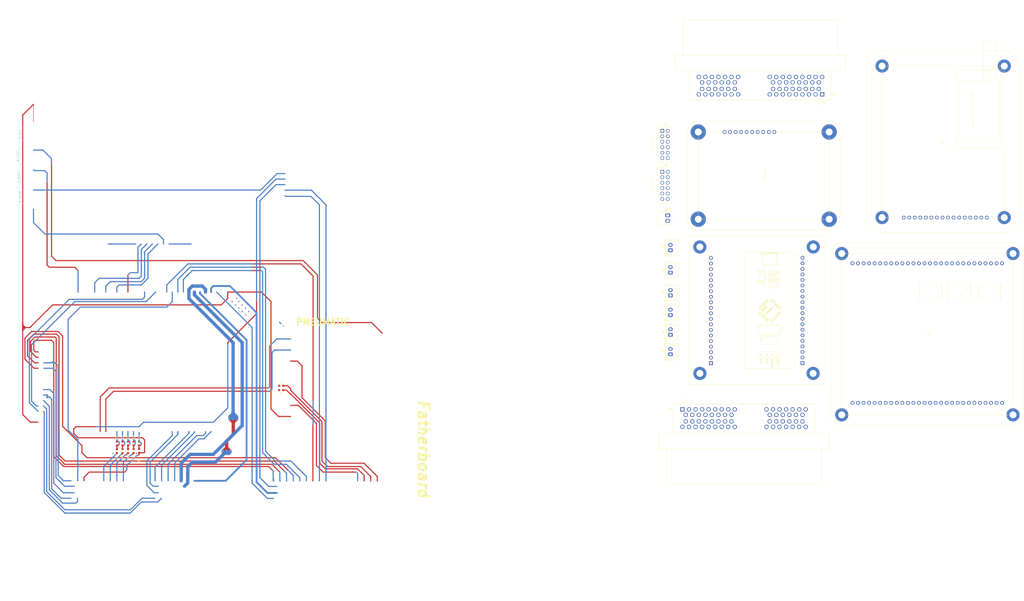
<source format=kicad_pcb>
(kicad_pcb (version 20241229) (generator "pcbnew") (generator_version "9.0")
  (layers (0 "F.Cu" signal) (2 "B.Cu" signal) (13 "F.Paste" user) (15 "B.Paste" user) (5 "F.SilkS" user "F.Silkscreen") (7 "B.SilkS" user "B.Silkscreen") (1 "F.Mask" user) (3 "B.Mask" user) (25 "Edge.Cuts" user))
  (net 0 "")
  (net 2 "BAT_FAN")
  (net 3 "GND")
  (net 4 "12V")
  (net 5 "3V3")
  (net 6 "ECU_LO")
  (net 7 "ESC2_LO")
  (net 8 "ESC1_LO")
  (net 9 "NC_BSPD")
  (net 10 "DISP_HI")
  (net 11 "BMS_LO")
  (net 12 "ECU_HI")
  (net 13 "COM")
  (net 14 "NC")
  (net 15 "BMS_HI")
  (net 17 "COM_BSPD")
  (net 18 "ESC1_HI")
  (net 19 "ESC2_HI")
  (net 20 "TPS")
  (net 22 "DISP_LO")
  (net 23 "STEER_IN")
  (net 24 "BRK_P")
  (net 25 "BMS_CAN")
  (net 26 "SS")
  (net 27 "SUSP4")
  (net 28 "ENG_RLY")
  (net 29 "SUSP2")
  (net 30 "APPS_IN1")
  (net 31 "STM_RX")
  (net 32 "APPS_IN2")
  (net 33 "SCK")
  (net 34 "AIR")
  (net 35 "MISO")
  (net 36 "MOSI")
  (net 37 "AMB_TEMP")
  (net 38 "SUSP1")
  (net 39 "SUSP3")
  (net 40 "SWITCH_HY")
  (net 41 "STM_TX")
  (net 42 "WS_FL")
  (net 43 "WS_FR")
  (net 44 "WS_RL")
  (net 45 "WS_RR")
  (net 46 "SCK_T")
  (net 49 "MISO_T")
  (net 51 "MOSI_T")
  (net 54 "CS_T")
  (net 61 "SAFETY")
  (net 62 "SDC_IN")
  (net 63 "FAN_BATT")
  (net 64 "BRAKE_LIGHT")
  (net 65 "SDC_OUT")
  (net 66 "PDM")
  (net 69 "GPOS")
  (net 76 "TX_PNEU")
  (net 77 "RX_PNEU")
  (net 135 "5V_T")
  (net 136 "5V_B")
  (net 137 "5V_V")
  (net 138 "5V_P")
  (net 139 "PNEU_UP")
  (net 140 "PNEU_DOWN")
  (net 141 "UP")
  (net 142 "DOWN")
  (net 151 "SUSP1_L")
  (net 152 "SUSP2_L")
  (net 153 "SUSP3_L")
  (net 154 "SUSP4_L")
  (net 155 "BRK_P_L")
  (footprint "Resistor_SMD:R_0603_1608Metric_Pad0.98x0.95mm_HandSolder" (layer "F.Cu") (at 192.532 276.86 -90)
    (property "Reference" "R4")
    (property "Value" "3K")
  )
  (footprint "Resistor_SMD:R_0603_1608Metric_Pad0.98x0.95mm_HandSolder" (layer "F.Cu") (at 197.635499 276.851754 -90)
    (property "Reference" "R8")
    (property "Value" "3K")
  )
  (footprint "Connector_JST:JST_XH_B2B-XH-A_1x02_P2.50mm_Vertical" (layer "F.Cu") (at 446.25 232.5 90)
    (property "Reference" "J5")
    (property "Value" "5V_1")
  )
  (footprint "0_FootprintTelemetry:0_FootprintTelemetry" (layer "F.Cu") (at 571.25 135 90)
    (property "Reference" "U1")
    (property "Value" "~")
  )
  (footprint "Connector_Molex:Molex_Nano-Fit_105310-xx12_2x06_P2.50mm_Vertical" (layer "F.Cu") (at 442.5 130)
    (property "Reference" "J9")
    (property "Value" "SIGNAL 2")
  )
  (footprint "Resistor_SMD:R_0603_1608Metric_Pad0.98x0.95mm_HandSolder" (layer "F.Cu") (at 267.8195 246.888)
    (property "Reference" "R2")
    (property "Value" "R")
  )
  (footprint "Resistor_SMD:R_0603_1608Metric_Pad0.98x0.95mm_HandSolder" (layer "F.Cu") (at 200.175499 276.828409 -90)
    (property "Reference" "R10")
    (property "Value" "3K")
  )
  (footprint "Resistor_SMD:R_0603_1608Metric_Pad0.98x0.95mm_HandSolder" (layer "F.Cu") (at 192.519941 273.407813 90)
    (property "Reference" "R3")
    (property "Value" "2K")
  )
  (footprint "Resistor_SMD:R_0603_1608Metric_Pad0.98x0.95mm_HandSolder" (layer "F.Cu") (at 195.072 276.836655 -90)
    (property "Reference" "R6")
    (property "Value" "3K")
  )
  (footprint "0_FootPrintBPSD:FootPrintBPSD" (layer "F.Cu") (at 489 150.5 -90)
    (property "Reference" "BSPD1")
    (property "Value" "~")
  )
  (footprint "Resistor_SMD:R_0603_1608Metric_Pad0.98x0.95mm_HandSolder" (layer "F.Cu") (at 267.8195 248.92 180)
    (property "Reference" "R1")
    (property "Value" "R")
  )
  (footprint "Resistor_SMD:R_0603_1608Metric_Pad0.98x0.95mm_HandSolder" (layer "F.Cu") (at 202.688186 273.35669 90)
    (property "Reference" "R11")
    (property "Value" "2K")
  )
  (footprint "Connector_JST:JST_XH_B2B-XH-A_1x02_P2.50mm_Vertical" (layer "F.Cu") (at 446.25 195 90)
    (property "Reference" "J3")
    (property "Value" "3V3_1")
  )
  (footprint "Resistor_SMD:R_0603_1608Metric_Pad0.98x0.95mm_HandSolder" (layer "F.Cu") (at 202.692 276.7565 -90)
    (property "Reference" "R12")
    (property "Value" "3K")
  )
  (footprint "Resistor_SMD:R_0603_1608Metric_Pad0.98x0.95mm_HandSolder" (layer "F.Cu") (at 195.048501 273.4075 90)
    (property "Reference" "R5")
    (property "Value" "2K")
  )
  (footprint "Connector_JST:JST_XH_B2B-XH-A_1x02_P2.50mm_Vertical" (layer "F.Cu") (at 446.25 223.5 90)
    (property "Reference" "J6")
    (property "Value" "5V_2")
  )
  (footprint "Connector_JST:JST_XH_B2B-XH-A_1x02_P2.50mm_Vertical" (layer "F.Cu") (at 446.25 205.5 90)
    (property "Reference" "J4")
    (property "Value" "5V_5")
  )
  (footprint "Connector_JST:JST_XH_B2B-XH-A_1x02_P2.50mm_Vertical" (layer "F.Cu") (at 446.25 214.5 90)
    (property "Reference" "J7")
    (property "Value" "5V_3")
  )
  (footprint "Resistor_SMD:R_0603_1608Metric_Pad0.98x0.95mm_HandSolder" (layer "F.Cu") (at 197.637274 273.399723 90)
    (property "Reference" "R7")
    (property "Value" "2K")
  )
  (footprint "0_FootprintVCU:FootprintVCU" (layer "F.Cu") (at 564 223.25 -90)
    (property "Reference" "U2")
    (property "Value" "~")
  )
  (footprint "Resistor_SMD:R_0603_1608Metric_Pad0.98x0.95mm_HandSolder" (layer "F.Cu") (at 200.178808 273.402228 90)
    (property "Reference" "R9")
    (property "Value" "2K")
  )
  (footprint "Connector_JST:JST_XH_B2B-XH-A_1x02_P2.50mm_Vertical" (layer "F.Cu") (at 446.25 184.75 90)
    (property "Reference" "J2")
    (property "Value" "12V")
  )
  (footprint "Connector_Molex:Molex_Nano-Fit_105309-xx02_1x02_P2.50mm_Vertical" (layer "F.Cu") (at 445 168.75)
    (property "Reference" "J10")
    (property "Value" "power")
  )
  (footprint "0_VCU_CONNECTOR_TE_6437288-3:VCU_CONNECTOR_TE_6437288-3" (layer "F.Cu") (at 484.5 98.75 180)
    (property "Reference" "J11")
    (property "Value" "6437288-3")
  )
  (footprint "0_VCU_CONNECTOR_TE_6437288-3:VCU_CONNECTOR_TE_6437288-3" (layer "F.Cu") (at 483 272.25)
    (property "Reference" "J1")
    (property "Value" "6437288-3")
  )
  (footprint "0_Footprint_PNEUMATIC:Fooprint Pneumatic" (layer "F.Cu") (at 485.75 209.59)
    (property "Reference" "U3" (hide yes))
    (property "Value" "~" (hide yes))
  )
  (footprint "Connector_Molex:Molex_Nano-Fit_105310-xx12_2x06_P2.50mm_Vertical" (layer "F.Cu") (at 442.5 148.75)
    (property "Reference" "J8")
    (property "Value" "SIGNAL 1")
  )
  (gr_line (start 154.308793 117.802623) (end 154.308793 125.802623) (stroke (width 0.2)) (layer "F.Cu") (net 4))
  (gr_text "PNEUMATIC" (at 274.32 219.456 0) (layer "F.SilkS") (effects (font (size 3 3) (thickness 0.6) (bold yes)) (justify left bottom)))
  (gr_text "Fatherboard" (at 330.2 252.984 270) (layer "F.SilkS") (effects (font (size 5 5) (thickness 1) (bold yes) (italic yes)) (justify left bottom)))
  (dimension (type orthogonal) (layer "Edge.Cuts") (pts (xy 154.308793 128.255044) (xy 154.514288 134.627078)) (height -4.906849) (orientation 1) (format (prefix "") (suffix "") (units 3) (units_format 0) (precision 4) (suppress_zeroes yes)) (style (thickness 0.05) (arrow_length 1.27) (text_position_mode 0) (arrow_direction outward) (extension_height 0.58642) (extension_offset 0.5) (keep_text_aligned yes)) (gr_text "6.372" (at 148.251944 131.441061 90) (layer "Edge.Cuts") (effects (font (size 1 1) (thickness 0.15)))))
  (dimension (type orthogonal) (layer "Edge.Cuts") (pts (xy 154.308793 157.133441) (xy 154.630948 163.444254)) (height -4.906849) (orientation 1) (format (prefix "") (suffix "") (units 3) (units_format 0) (precision 4) (suppress_zeroes yes)) (style (thickness 0.05) (arrow_length 1.27) (text_position_mode 0) (arrow_direction outward) (extension_height 0.58642) (extension_offset 0.5) (keep_text_aligned yes)) (gr_text "6.3108" (at 148.251944 160.288848 90) (layer "Edge.Cuts") (effects (font (size 1 1) (thickness 0.15)))))
  (dimension (type orthogonal) (layer "Edge.Cuts") (pts (xy 154.308793 137.174756) (xy 154.450835 145.708006)) (height -5.922849) (orientation 1) (format (prefix "") (suffix "") (units 3) (units_format 0) (precision 4) (suppress_zeroes yes)) (style (thickness 0.05) (arrow_length 1.27) (text_position_mode 0) (arrow_direction outward) (extension_height 0.58642) (extension_offset 0.5) (keep_text_aligned yes)) (gr_text "8.5333" (at 147.235944 141.441381 90) (layer "Edge.Cuts") (effects (font (size 1 1) (thickness 0.15)))))
  (dimension (type orthogonal) (layer "Edge.Cuts") (pts (xy 154.308793 148.208006) (xy 154.210354 154.476403)) (height -5.414849) (orientation 1) (format (prefix "") (suffix "") (units 3) (units_format 0) (precision 4) (suppress_zeroes yes)) (style (thickness 0.05) (arrow_length 1.27) (text_position_mode 0) (arrow_direction outward) (extension_height 0.58642) (extension_offset 0.5) (keep_text_aligned yes)) (gr_text "6.2684" (at 147.743944 151.342205 90) (layer "Edge.Cuts") (effects (font (size 1 1) (thickness 0.15)))))
  (via (at 252.984 212.852) (size 0.6) (drill 0.3) (layers "F.Cu" "B.Cu") (net 3))
  (via (at 248.412 208.28) (size 0.6) (drill 0.3) (layers "F.Cu" "B.Cu") (net 3))
  (via (at 201.496128 277.852501) (size 0.6) (drill 0.3) (layers "F.Cu" "B.Cu") (net 3))
  (via (at 249.936 209.804) (size 0.6) (drill 0.3) (layers "F.Cu" "B.Cu") (net 3))
  (via (at 248.412 211.328) (size 0.6) (drill 0.3) (layers "F.Cu" "B.Cu") (net 3))
  (via (at 190.750496 277.978238) (size 0.6) (drill 0.3) (layers "F.Cu" "B.Cu") (net 3))
  (via (at 251.46 211.328) (size 0.6) (drill 0.3) (layers "F.Cu" "B.Cu") (net 3))
  (via (at 249.936 212.852) (size 0.6) (drill 0.3) (layers "F.Cu" "B.Cu") (net 3))
  (via (at 246.888 209.804) (size 0.6) (drill 0.3) (layers "F.Cu" "B.Cu") (net 3))
  (via (at 245.364 208.28) (size 0.6) (drill 0.3) (layers "F.Cu" "B.Cu") (net 3))
  (via (at 251.46 214.376) (size 0.6) (drill 0.3) (layers "F.Cu" "B.Cu") (net 3))
  (via (at 247.396 206.756) (size 0.6) (drill 0.3) (layers "F.Cu" "B.Cu") (net 3))
  (segment (start 216.408 181.864) (end 226.568 181.864) (width 0.508) (layer "B.Cu") (net 3))
  (segment (start 201.168 181.864) (end 188.468 181.864) (width 0.508) (layer "B.Cu") (net 3))
  (segment (start 267.1285 217.8525) (end 267.716 218.44) (width 0.508) (layer "B.Cu") (net 3))
  (segment (start 268.781188 219.5196) (end 268.781188 219.517736) (width 0.508) (layer "B.Cu") (net 3))
  (segment (start 267.115952 217.8525) (end 267.1285 217.8525) (width 0.508) (layer "B.Cu") (net 3))
  (segment (start 150.622 220.218) (end 150.114 220.218) (width 0.508) (layer "F.Cu") (net 4))
  (segment (start 149.352 219.456) (end 149.352 219.964) (width 0.508) (layer "F.Cu") (net 4))
  (segment (start 243.311204 203.923337) (end 243.311204 206.833766) (width 0.508) (layer "F.Cu") (net 4))
  (segment (start 150.114 220.218) (end 149.352 219.456) (width 0.508) (layer "F.Cu") (net 4))
  (segment (start 152.654 220.218) (end 150.622 220.218) (width 0.508) (layer "F.Cu") (net 4))
  (segment (start 266.582774 260.994774) (end 272.156362 260.994774) (width 0.508) (layer "F.Cu") (net 4))
  (segment (start 149.352 220.98) (end 149.352 221.488) (width 0.508) (layer "F.Cu") (net 4))
  (segment (start 235.691204 209.824796) (end 235.670408 209.804) (width 0.508) (layer "F.Cu") (net 4))
  (segment (start 163.068 209.804) (end 152.654 220.218) (width 0.508) (layer "F.Cu") (net 4))
  (segment (start 258.787337 203.923337) (end 263.144 208.28) (width 0.508) (layer "F.Cu") (net 4))
  (segment (start 243.311204 203.923337) (end 258.787337 203.923337) (width 0.508) (layer "F.Cu") (net 4))
  (segment (start 235.712 209.804) (end 235.691204 209.824796) (width 0.508) (layer "F.Cu") (net 4))
  (segment (start 150.114 220.218) (end 149.352 220.98) (width 0.508) (layer "F.Cu") (net 4))
  (segment (start 149.86 220.98) (end 149.86 220.472) (width 0.508) (layer "F.Cu") (net 4))
  (segment (start 149.352 218.948) (end 149.352 217.932) (width 0.508) (layer "F.Cu") (net 4))
  (segment (start 149.86 220.98) (end 149.352 221.488) (width 0.508) (layer "F.Cu") (net 4))
  (segment (start 263.144 257.556) (end 266.582774 260.994774) (width 0.508) (layer "F.Cu") (net 4))
  (segment (start 243.311204 206.833766) (end 240.34097 209.804) (width 0.508) (layer "F.Cu") (net 4))
  (segment (start 154.308793 117.802623) (end 149.352 122.759416) (width 0.508) (layer "F.Cu") (net 4))
  (segment (start 235.670408 209.804) (end 163.068 209.804) (width 0.508) (layer "F.Cu") (net 4))
  (segment (start 149.352 217.932) (end 149.352 219.456) (width 0.508) (layer "F.Cu") (net 4))
  (segment (start 150.622 220.218) (end 149.352 218.948) (width 0.508) (layer "F.Cu") (net 4))
  (segment (start 149.352 221.488) (end 149.352 260.096) (width 0.508) (layer "F.Cu") (net 4))
  (segment (start 149.352 219.964) (end 149.352 220.98) (width 0.508) (layer "F.Cu") (net 4))
  (segment (start 150.622 220.218) (end 149.86 220.98) (width 0.508) (layer "F.Cu") (net 4))
  (segment (start 149.352 122.759416) (end 149.352 217.932) (width 0.508) (layer "F.Cu") (net 4))
  (segment (start 149.86 220.472) (end 149.352 219.964) (width 0.508) (layer "F.Cu") (net 4))
  (segment (start 152.81213 263.55613) (end 156.33562 263.55613) (width 0.508) (layer "F.Cu") (net 4))
  (segment (start 240.34097 209.804) (end 235.712 209.804) (width 0.508) (layer "F.Cu") (net 4))
  (segment (start 149.352 260.096) (end 152.81213 263.55613) (width 0.508) (layer "F.Cu") (net 4))
  (segment (start 263.144 208.28) (end 263.144 257.556) (width 0.508) (layer "F.Cu") (net 4))
  (segment (start 232.156 269.748) (end 229.108 269.748) (width 0.508) (layer "B.Cu") (net 6))
  (segment (start 229.108 269.748) (end 216.001204 282.854796) (width 0.508) (layer "B.Cu") (net 6))
  (segment (start 216.001204 282.854796) (end 216.001204 290.499337) (width 0.508) (layer "B.Cu") (net 6))
  (segment (start 232.156 269.727204) (end 232.156 269.748) (width 0.508) (layer "B.Cu") (net 6))
  (segment (start 233.151204 268.732) (end 232.156 269.727204) (width 0.508) (layer "B.Cu") (net 6))
  (segment (start 233.151204 267.923337) (end 233.151204 268.732) (width 0.508) (layer "B.Cu") (net 6))
  (segment (start 165.608 288.036) (end 168.071337 290.499337) (width 0.508) (layer "B.Cu") (net 7))
  (segment (start 162.2157 236.37454) (end 158.98678 236.37454) (width 0.508) (layer "B.Cu") (net 7))
  (segment (start 168.071337 290.499337) (end 171.501204 290.499337) (width 0.508) (layer "B.Cu") (net 7))
  (segment (start 164.23854 236.37454) (end 165.608 237.744) (width 0.508) (layer "B.Cu") (net 7))
  (segment (start 163.954949 236.37454) (end 164.132179 236.37454) (width 0.508) (layer "B.Cu") (net 7))
  (segment (start 164.132179 236.37454) (end 164.23854 236.37454) (width 0.508) (layer "B.Cu") (net 7))
  (segment (start 162.358694 236.37454) (end 162.716179 236.37454) (width 0.508) (layer "B.Cu") (net 7))
  (segment (start 163.246949 235.84377) (end 163.424179 235.84377) (width 0.508) (layer "B.Cu") (net 7))
  (segment (start 162.358694 236.37454) (end 162.2157 236.37454) (width 0.508) (layer "B.Cu") (net 7))
  (segment (start 165.608 237.744) (end 165.608 288.036) (width 0.508) (layer "B.Cu") (net 7))
  (arc (start 163.689564 236.109155) (mid 163.767293 236.296811) (end 163.954949 236.37454) (width 0.508) (layer "B.Cu") (net 7))
  (arc (start 163.424179 235.84377) (mid 163.611835 235.921499) (end 163.689564 236.109155) (width 0.508) (layer "B.Cu") (net 7))
  (arc (start 162.716179 236.37454) (mid 162.903835 236.296811) (end 162.981564 236.109155) (width 0.508) (layer "B.Cu") (net 7))
  (arc (start 162.981564 236.109155) (mid 163.059293 235.921499) (end 163.246949 235.84377) (width 0.508) (layer "B.Cu") (net 7))
  (segment (start 167.983337 295.999337) (end 173.001204 295.999337) (width 0.508) (layer "B.Cu") (net 8))
  (segment (start 163.576 291.592) (end 167.983337 295.999337) (width 0.508) (layer "B.Cu") (net 8))
  (segment (start 161.782648 248.650648) (end 163.576 250.444) (width 0.508) (layer "B.Cu") (net 8))
  (segment (start 158.87562 248.650648) (end 161.782648 248.650648) (width 0.508) (layer "B.Cu") (net 8))
  (segment (start 163.576 250.444) (end 163.576 291.592) (width 0.508) (layer "B.Cu") (net 8))
  (segment (start 207.772 291.592) (end 207.772 281.94) (width 0.508) (layer "B.Cu") (net 10))
  (segment (start 220.451204 269.260796) (end 220.451204 267.923337) (width 0.508) (layer "B.Cu") (net 10))
  (segment (start 207.772 281.94) (end 216.408 273.304) (width 0.508) (layer "B.Cu") (net 10))
  (segment (start 216.408 273.304) (end 220.451204 269.260796) (width 0.508) (layer "B.Cu") (net 10))
  (segment (start 211.501204 292.999337) (end 209.179337 292.999337) (width 0.508) (layer "B.Cu") (net 10))
  (segment (start 220.451204 267.923337) (end 220.451204 269.219204) (width 0.508) (layer "B.Cu") (net 10))
  (segment (start 209.179337 292.999337) (end 207.772 291.592) (width 0.508) (layer "B.Cu") (net 10))
  (segment (start 225.531204 267.923337) (end 225.531204 268.469337) (width 0.508) (layer "B.Cu") (net 11))
  (segment (start 210.001204 284.282796) (end 210.001204 290.499337) (width 0.508) (layer "B.Cu") (net 11))
  (segment (start 225.531204 268.752796) (end 210.001204 284.282796) (width 0.508) (layer "B.Cu") (net 11))
  (segment (start 225.531204 267.923337) (end 225.531204 268.752796) (width 0.508) (layer "B.Cu") (net 11))
  (segment (start 230.124 271.272) (end 219.001204 282.394796) (width 0.508) (layer "B.Cu") (net 12))
  (segment (start 219.001204 282.394796) (end 219.001204 290.499337) (width 0.508) (layer "B.Cu") (net 12))
  (segment (start 235.691204 267.923337) (end 232.342541 271.272) (width 0.508) (layer "B.Cu") (net 12))
  (segment (start 232.342541 271.272) (end 230.124 271.272) (width 0.508) (layer "B.Cu") (net 12))
  (segment (start 288.358 163.898) (end 288.358 290.574) (width 0.508) (layer "B.Cu") (net 13))
  (segment (start 269.56 157.192) (end 281.652 157.192) (width 0.508) (layer "B.Cu") (net 13))
  (segment (start 281.652 157.192) (end 288.358 163.898) (width 0.508) (layer "B.Cu") (net 13))
  (segment (start 285.358 163.946) (end 285.358 290.574) (width 0.508) (layer "B.Cu") (net 14))
  (segment (start 281.432 160.02) (end 269.848 160.02) (width 0.508) (layer "B.Cu") (net 14))
  (segment (start 269.848 160.02) (end 269.56 159.732) (width 0.508) (layer "B.Cu") (net 14))
  (segment (start 285.358 163.946) (end 281.432 160.02) (width 0.508) (layer "B.Cu") (net 14))
  (segment (start 220.284191 276.105974) (end 228.071204 268.318961) (width 0.508) (layer "B.Cu") (net 15))
  (segment (start 220.284191 276.105974) (end 213.001204 283.388961) (width 0.508) (layer "B.Cu") (net 15))
  (segment (start 228.071204 268.318961) (end 228.071204 267.923337) (width 0.508) (layer "B.Cu") (net 15))
  (segment (start 213.001204 283.388961) (end 213.001204 290.499337) (width 0.508) (layer "B.Cu") (net 15))
  (segment (start 162.617648 294.189648) (end 166.927337 298.499337) (width 0.508) (layer "B.Cu") (net 18))
  (segment (start 160.499772 251.150648) (end 160.726648 251.150648) (width 0.508) (layer "B.Cu") (net 18))
  (segment (start 160.726648 251.551153) (end 160.424905 251.852895) (width 0.508) (layer "B.Cu") (net 18))
  (segment (start 166.927337 298.499337) (end 171.501204 298.499337) (width 0.508) (layer "B.Cu") (net 18))
  (segment (start 161.627784 252.051784) (end 161.727911 252.151911) (width 0.508) (layer "B.Cu") (net 18))
  (segment (start 161.727911 252.151911) (end 162.617648 253.041648) (width 0.508) (layer "B.Cu") (net 18))
  (segment (start 158.87562 251.150648) (end 160.499772 251.150648) (width 0.508) (layer "B.Cu") (net 18))
  (segment (start 160.424905 252.253401) (end 160.525031 252.353527) (width 0.508) (layer "B.Cu") (net 18))
  (segment (start 162.617648 253.041648) (end 162.617648 256.244729) (width 0.508) (layer "B.Cu") (net 18))
  (segment (start 160.925536 252.353527) (end 161.227278 252.051784) (width 0.508) (layer "B.Cu") (net 18))
  (segment (start 162.617648 256.244729) (end 162.617648 294.189648) (width 0.508) (layer "B.Cu") (net 18))
  (arc (start 161.227278 252.051784) (mid 161.427531 251.968836) (end 161.627784 252.051784) (width 0.508) (layer "B.Cu") (net 18))
  (arc (start 160.726648 251.150648) (mid 160.809595 251.350901) (end 160.726648 251.551153) (width 0.508) (layer "B.Cu") (net 18))
  (arc (start 160.525031 252.353527) (mid 160.725284 252.436474) (end 160.925536 252.353527) (width 0.508) (layer "B.Cu") (net 18))
  (arc (start 160.424905 251.852895) (mid 160.341957 252.053148) (end 160.424905 252.253401) (width 0.508) (layer "B.Cu") (net 18))
  (segment (start 168.539337 292.999337) (end 164.592 289.052) (width 0.508) (layer "B.Cu") (net 19))
  (segment (start 164.592 289.052) (end 164.592 240.284) (width 0.508) (layer "B.Cu") (net 19))
  (segment (start 164.592 240.284) (end 163.18254 238.87454) (width 0.508) (layer "B.Cu") (net 19))
  (segment (start 173.001204 292.999337) (end 168.539337 292.999337) (width 0.508) (layer "B.Cu") (net 19))
  (segment (start 163.18254 238.87454) (end 158.98678 238.87454) (width 0.508) (layer "B.Cu") (net 19))
  (segment (start 262.086 293.074) (end 258.064 289.052) (width 0.508) (layer "B.Cu") (net 20))
  (segment (start 258.064 289.052) (end 258.064 162.052) (width 0.508) (layer "B.Cu") (net 20))
  (segment (start 258.064 162.052) (end 265.464 154.652) (width 0.508) (layer "B.Cu") (net 20))
  (segment (start 265.464 154.652) (end 269.56 154.652) (width 0.508) (layer "B.Cu") (net 20))
  (segment (start 265.858 293.074) (end 262.086 293.074) (width 0.508) (layer "B.Cu") (net 20))
  (segment (start 209.639337 295.999337) (end 211.501204 295.999337) (width 0.508) (layer "B.Cu") (net 22))
  (segment (start 206.248 292.608) (end 209.639337 295.999337) (width 0.508) (layer "B.Cu") (net 22))
  (segment (start 217.911204 269.727204) (end 206.248 281.390408) (width 0.508) (layer "B.Cu") (net 22))
  (segment (start 217.911204 267.923337) (end 217.911204 269.727204) (width 0.508) (layer "B.Cu") (net 22))
  (segment (start 206.248 281.390408) (end 206.248 292.608) (width 0.508) (layer "B.Cu") (net 22))
  (segment (start 158.87562 253.650648) (end 161.544 256.319028) (width 0.508) (layer "B.Cu") (net 23))
  (segment (start 161.544 294.64) (end 167.64 300.736) (width 0.508) (layer "B.Cu") (net 23))
  (segment (start 173.736 300.736) (end 174.501204 299.970796) (width 0.508) (layer "B.Cu") (net 23))
  (segment (start 161.544 256.319028) (end 161.544 294.64) (width 0.508) (layer "B.Cu") (net 23))
  (segment (start 174.501204 299.970796) (end 174.501204 298.499337) (width 0.508) (layer "B.Cu") (net 23))
  (segment (start 167.64 300.736) (end 173.736 300.736) (width 0.508) (layer "B.Cu") (net 23))
  (segment (start 201.676 278.892) (end 202.184 278.892) (width 0.508) (layer "F.Cu") (net 24))
  (segment (start 204.216 270.764) (end 174.752 270.764) (width 0.508) (layer "F.Cu") (net 24))
  (segment (start 256.54 213.868) (end 256.54 207.772) (width 0.508) (layer "F.Cu") (net 24))
  (segment (start 172.72 268.732) (end 172.72 266.7) (width 0.508) (layer "F.Cu") (net 24))
  (segment (start 202.692 278.384) (end 202.692 277.740909) (width 0.508) (layer "F.Cu") (net 24))
  (segment (start 243.332 227.076) (end 256.54 213.868) (width 0.508) (layer "F.Cu") (net 24))
  (segment (start 202.692 277.669) (end 204.931 277.669) (width 0.508) (layer "F.Cu") (net 24))
  (segment (start 205.232 271.78) (end 204.216 270.764) (width 0.508) (layer "F.Cu") (net 24))
  (segment (start 179.832 286.512) (end 177.501204 288.842796) (width 0.508) (layer "F.Cu") (net 24))
  (segment (start 196.088 286.512) (end 179.832 286.512) (width 0.508) (layer "F.Cu") (net 24))
  (segment (start 197.104 285.496) (end 196.088 286.512) (width 0.508) (layer "F.Cu") (net 24))
  (segment (start 172.72 266.7) (end 173.736 265.684) (width 0.508) (layer "F.Cu") (net 24))
  (segment (start 205.232 277.368) (end 205.232 271.78) (width 0.508) (layer "F.Cu") (net 24))
  (segment (start 177.501204 288.842796) (end 177.501204 290.499337) (width 0.508) (layer "F.Cu") (net 24))
  (segment (start 243.332 228.092) (end 243.332 227.076) (width 0.508) (layer "F.Cu") (net 24))
  (segment (start 204.931 277.669) (end 205.232 277.368) (width 0.508) (layer "F.Cu") (net 24))
  (segment (start 174.752 270.764) (end 172.72 268.732) (width 0.508) (layer "F.Cu") (net 24))
  (segment (start 202.184 278.892) (end 202.692 278.384) (width 0.508) (layer "F.Cu") (net 24))
  (segment (start 173.736 265.684) (end 183.388 265.684) (width 0.508) (layer "F.Cu") (net 24))
  (via (at 183.388 265.684) (size 0.6) (drill 0.3) (layers "F.Cu" "B.Cu") (net 24))
  (via (at 256.54 207.772) (size 0.6) (drill 0.3) (layers "F.Cu" "B.Cu") (net 24))
  (via (at 197.104 285.496) (size 0.6) (drill 0.3) (layers "F.Cu" "B.Cu") (net 24))
  (via (at 201.676 278.892) (size 0.6) (drill 0.3) (layers "F.Cu" "B.Cu") (net 24))
  (via (at 243.332 228.092) (size 0.6) (drill 0.3) (layers "F.Cu" "B.Cu") (net 24))
  (segment (start 236.728 263.652) (end 204.724 263.652) (width 0.508) (layer "B.Cu") (net 24))
  (segment (start 197.104 283.464) (end 201.676 278.892) (width 0.508) (layer "B.Cu") (net 24))
  (segment (start 197.104 285.496) (end 197.104 283.464) (width 0.508) (layer "B.Cu") (net 24))
  (segment (start 204.724 263.652) (end 202.692 265.684) (width 0.508) (layer "B.Cu") (net 24))
  (segment (start 243.332 228.092) (end 243.332 257.048) (width 0.508) (layer "B.Cu") (net 24))
  (segment (start 265.464 152.112) (end 257.048 160.528) (width 0.508) (layer "B.Cu") (net 24))
  (segment (start 183.388 265.684) (end 202.650408 265.684) (width 0.508) (layer "B.Cu") (net 24))
  (segment (start 202.692 265.684) (end 202.650408 265.684) (width 0.508) (layer "B.Cu") (net 24))
  (segment (start 243.332 257.048) (end 236.728 263.652) (width 0.508) (layer "B.Cu") (net 24))
  (segment (start 257.048 160.528) (end 256.54 161.036) (width 0.508) (layer "B.Cu") (net 24))
  (segment (start 269.56 152.112) (end 265.464 152.112) (width 0.508) (layer "B.Cu") (net 24))
  (segment (start 256.54 161.036) (end 256.54 207.772) (width 0.508) (layer "B.Cu") (net 24))
  (segment (start 199.345668 278.57074) (end 200.175499 277.740909) (width 0.508) (layer "F.Cu") (net 27))
  (segment (start 199.007988 278.57074) (end 199.345668 278.57074) (width 0.508) (layer "F.Cu") (net 27))
  (via (at 199.007988 278.57074) (size 0.6) (drill 0.3) (layers "F.Cu" "B.Cu") (net 27))
  (segment (start 199.002073 278.564825) (end 199.007988 278.57074) (width 0.508) (layer "B.Cu") (net 27))
  (segment (start 198.845097 278.674903) (end 195.501204 282.018796) (width 0.508) (layer "B.Cu") (net 27))
  (segment (start 195.501204 282.018796) (end 195.501204 290.499337) (width 0.508) (layer "B.Cu") (net 27))
  (segment (start 199.007988 278.533234) (end 199.007988 278.57074) (width 0.508) (layer "B.Cu") (net 27))
  (segment (start 264.358 298.574) (end 261.49 298.574) (width 0.508) (layer "B.Cu") (net 28))
  (segment (start 254.508 220.200133) (end 238.231204 203.923337) (width 0.508) (layer "B.Cu") (net 28))
  (segment (start 254.508 291.592) (end 254.508 220.200133) (width 0.508) (layer "B.Cu") (net 28))
  (segment (start 261.49 298.574) (end 254.508 291.592) (width 0.508) (layer "B.Cu") (net 28))
  (segment (start 194.273097 278.54148) (end 194.40652 278.54148) (width 0.508) (layer "F.Cu") (net 29))
  (segment (start 194.40652 278.54148) (end 195.072 277.876) (width 0.508) (layer "F.Cu") (net 29))
  (via (at 194.273097 278.54148) (size 0.6) (drill 0.3) (layers "F.Cu" "B.Cu") (net 29))
  (segment (start 194.273097 278.578986) (end 189.501204 283.350879) (width 0.508) (layer "B.Cu") (net 29))
  (segment (start 189.501204 283.350879) (end 189.501204 290.499337) (width 0.508) (layer "B.Cu") (net 29))
  (segment (start 194.273097 278.54148) (end 194.273097 278.578986) (width 0.508) (layer "B.Cu") (net 29))
  (segment (start 211.272541 300.228) (end 213.001204 298.499337) (width 0.508) (layer "B.Cu") (net 30))
  (segment (start 159.21849 295.87049) (end 168.656 305.308) (width 0.508) (layer "B.Cu") (net 30))
  (segment (start 168.656 305.308) (end 198.628 305.308) (width 0.508) (layer "B.Cu") (net 30))
  (segment (start 203.708 300.228) (end 211.272541 300.228) (width 0.508) (layer "B.Cu") (net 30))
  (segment (start 198.628 305.308) (end 203.708 300.228) (width 0.508) (layer "B.Cu") (net 30))
  (segment (start 159.21849 258.993518) (end 159.21849 295.87049) (width 0.508) (layer "B.Cu") (net 30))
  (segment (start 158.87562 258.650648) (end 159.21849 258.993518) (width 0.508) (layer "B.Cu") (net 30))
  (segment (start 156.37562 258.650648) (end 152.4 254.675028) (width 0.508) (layer "B.Cu") (net 31))
  (segment (start 205.211204 206.268796) (end 205.211204 203.923337) (width 0.508) (layer "B.Cu") (net 31))
  (segment (start 152.4 225.552) (end 170.688 207.264) (width 0.508) (layer "B.Cu") (net 31))
  (segment (start 204.216 207.264) (end 205.211204 206.268796) (width 0.508) (layer "B.Cu") (net 31))
  (segment (start 152.4 254.675028) (end 152.4 225.552) (width 0.508) (layer "B.Cu") (net 31))
  (segment (start 170.688 207.264) (end 204.216 207.264) (width 0.508) (layer "B.Cu") (net 31))
  (segment (start 168.656 303.784) (end 198.737574 303.784) (width 0.508) (layer "B.Cu") (net 32))
  (segment (start 160.344568 257.619596) (end 160.344568 295.472568) (width 0.508) (layer "B.Cu") (net 32))
  (segment (start 158.87562 256.150648) (end 160.344568 257.619596) (width 0.508) (layer "B.Cu") (net 32))
  (segment (start 198.737574 303.784) (end 204.022237 298.499337) (width 0.508) (layer "B.Cu") (net 32))
  (segment (start 204.022237 298.499337) (end 210.001204 298.499337) (width 0.508) (layer "B.Cu") (net 32))
  (segment (start 160.344568 295.472568) (end 168.656 303.784) (width 0.508) (layer "B.Cu") (net 32))
  (segment (start 226.06 278.384) (end 222.001204 282.442796) (width 1.5) (layer "B.Cu") (net 34))
  (segment (start 249.936 227.076) (end 228.071204 205.211204) (width 1.5) (layer "B.Cu") (net 34))
  (segment (start 226.06 278.384) (end 236.728 278.384) (width 1.5) (layer "B.Cu") (net 34))
  (segment (start 236.728 278.384) (end 249.936 265.176) (width 1.5) (layer "B.Cu") (net 34))
  (segment (start 228.071204 205.211204) (end 228.071204 203.923337) (width 1.5) (layer "B.Cu") (net 34))
  (segment (start 249.936 265.176) (end 249.936 227.076) (width 1.5) (layer "B.Cu") (net 34))
  (segment (start 222.001204 282.442796) (end 222.001204 290.499337) (width 1.5) (layer "B.Cu") (net 34))
  (segment (start 192.024 278.2805) (end 192.532 277.7725) (width 0.508) (layer "F.Cu") (net 38))
  (segment (start 192.024 278.384) (end 192.024 278.2805) (width 0.508) (layer "F.Cu") (net 38))
  (via (at 192.024 278.384) (size 0.6) (drill 0.3) (layers "F.Cu" "B.Cu") (net 38))
  (segment (start 192.024 278.384) (end 186.501204 283.906796) (width 0.508) (layer "B.Cu") (net 38))
  (segment (start 186.501204 283.906796) (end 186.501204 290.499337) (width 0.508) (layer "B.Cu") (net 38))
  (segment (start 196.761753 278.638) (end 197.635499 277.764254) (width 0.508) (layer "F.Cu") (net 39))
  (segment (start 196.342 278.638) (end 196.761753 278.638) (width 0.508) (layer "F.Cu") (net 39))
  (via (at 196.342 278.638) (size 0.6) (drill 0.3) (layers "F.Cu" "B.Cu") (net 39))
  (segment (start 196.342 278.638) (end 192.501204 282.478796) (width 0.508) (layer "B.Cu") (net 39))
  (segment (start 192.501204 282.478796) (end 192.501204 290.499337) (width 0.508) (layer "B.Cu") (net 39))
  (segment (start 242.392663 290.499337) (end 228.001204 290.499337) (width 0.8) (layer "B.Cu") (net 40))
  (segment (start 251.968 225.924066) (end 251.968 280.924) (width 0.8) (layer "B.Cu") (net 40))
  (segment (start 230.611204 204.56727) (end 251.968 225.924066) (width 0.8) (layer "B.Cu") (net 40))
  (segment (start 230.611204 203.923337) (end 230.611204 204.56727) (width 0.8) (layer "B.Cu") (net 40))
  (segment (start 251.968 280.924) (end 242.392663 290.499337) (width 0.8) (layer "B.Cu") (net 40))
  (segment (start 155.566648 256.150648) (end 153.416 254) (width 0.508) (layer "B.Cu") (net 41))
  (segment (start 156.37562 256.150648) (end 155.566648 256.150648) (width 0.508) (layer "B.Cu") (net 41))
  (segment (start 205.934541 208.28) (end 210.291204 203.923337) (width 0.508) (layer "B.Cu") (net 41))
  (segment (start 173.228 208.28) (end 205.934541 208.28) (width 0.508) (layer "B.Cu") (net 41))
  (segment (start 153.416 228.092) (end 173.228 208.28) (width 0.508) (layer "B.Cu") (net 41))
  (segment (start 153.416 254) (end 153.416 228.092) (width 0.508) (layer "B.Cu") (net 41))
  (segment (start 164.821532 223.205102) (end 154.454468 223.205102) (width 0.508) (layer "F.Cu") (net 42))
  (segment (start 154.454468 223.205102) (end 151.546923 226.112647) (width 0.508) (layer "F.Cu") (net 42))
  (segment (start 151.546923 226.112647) (end 151.546923 233.1581) (width 0.508) (layer "F.Cu") (net 42))
  (segment (start 168.744583 281.432) (end 166.005271 278.692688) (width 0.508) (layer "F.Cu") (net 42))
  (segment (start 154.763363 236.37454) (end 156.48678 236.37454) (width 0.508) (layer "F.Cu") (net 42))
  (segment (start 269.24 286.004) (end 264.668 281.432) (width 0.508) (layer "F.Cu") (net 42))
  (segment (start 151.546923 233.1581) (end 154.763363 236.37454) (width 0.508) (layer "F.Cu") (net 42))
  (segment (start 264.668 281.432) (end 168.744583 281.432) (width 0.508) (layer "F.Cu") (net 42))
  (segment (start 166.005271 224.388841) (end 164.821532 223.205102) (width 0.508) (layer "F.Cu") (net 42))
  (segment (start 166.005271 278.692688) (end 166.005271 224.388841) (width 0.508) (layer "F.Cu") (net 42))
  (via (at 269.24 286.004) (size 0.6) (drill 0.3) (layers "F.Cu" "B.Cu") (net 42))
  (segment (start 270.256 287.02) (end 270.256 290.472) (width 0.508) (layer "B.Cu") (net 42))
  (segment (start 270.256 290.472) (end 270.358 290.574) (width 0.508) (layer "B.Cu") (net 42))
  (segment (start 269.24 286.004) (end 270.256 287.02) (width 0.508) (layer "B.Cu") (net 42))
  (segment (start 178.816 279.908) (end 176.493147 277.585147) (width 0.508) (layer "F.Cu") (net 43))
  (segment (start 271.272 286.004) (end 265.176 279.908) (width 0.508) (layer "F.Cu") (net 43))
  (segment (start 150.368 225.044) (end 150.368 234.696) (width 0.508) (layer "F.Cu") (net 43))
  (segment (start 265.176 279.908) (end 178.816 279.908) (width 0.508) (layer "F.Cu") (net 43))
  (segment (start 167.64 265.502523) (end 167.64 224.028) (width 0.508) (layer "F.Cu") (net 43))
  (segment (start 153.416 221.996) (end 150.368 225.044) (width 0.508) (layer "F.Cu") (net 43))
  (segment (start 176.493147 274.35567) (end 167.64 265.502523) (width 0.508) (layer "F.Cu") (net 43))
  (segment (start 167.64 224.028) (end 165.608 221.996) (width 0.508) (layer "F.Cu") (net 43))
  (segment (start 154.54654 238.87454) (end 156.48678 238.87454) (width 0.508) (layer "F.Cu") (net 43))
  (segment (start 150.368 234.696) (end 154.54654 238.87454) (width 0.508) (layer "F.Cu") (net 43))
  (segment (start 165.608 221.996) (end 153.416 221.996) (width 0.508) (layer "F.Cu") (net 43))
  (segment (start 176.493147 277.585147) (end 176.493147 274.35567) (width 0.508) (layer "F.Cu") (net 43))
  (via (at 271.272 286.004) (size 0.6) (drill 0.3) (layers "F.Cu" "B.Cu") (net 43))
  (segment (start 271.272 286.004) (end 273.358 288.09) (width 0.508) (layer "B.Cu") (net 43))
  (segment (start 273.358 288.09) (end 273.358 290.574) (width 0.508) (layer "B.Cu") (net 43))
  (segment (start 163.576 279.4) (end 163.576 227.076) (width 0.508) (layer "F.Cu") (net 44))
  (segment (start 155.17454 231.37454) (end 156.48678 231.37454) (width 0.508) (layer "F.Cu") (net 44))
  (segment (start 264.358 290.574) (end 264.358 289.758) (width 0.508) (layer "F.Cu") (net 44))
  (segment (start 154.432 230.632) (end 155.17454 231.37454) (width 0.508) (layer "F.Cu") (net 44))
  (segment (start 262.128 283.972) (end 264.16 286.004) (width 0.508) (layer "F.Cu") (net 44))
  (segment (start 163.576 227.076) (end 162.56 226.06) (width 0.508) (layer "F.Cu") (net 44))
  (segment (start 154.432 226.568) (end 154.432 230.632) (width 0.508) (layer "F.Cu") (net 44))
  (segment (start 162.56 226.06) (end 154.94 226.06) (width 0.508) (layer "F.Cu") (net 44))
  (segment (start 168.148 283.972) (end 163.576 279.4) (width 0.508) (layer "F.Cu") (net 44))
  (segment (start 154.94 226.06) (end 154.432 226.568) (width 0.508) (layer "F.Cu") (net 44))
  (segment (start 258.572 283.972) (end 262.128 283.972) (width 0.508) (layer "F.Cu") (net 44))
  (segment (start 258.572 283.972) (end 168.148 283.972) (width 0.508) (layer "F.Cu") (net 44))
  (via (at 264.16 286.004) (size 0.6) (drill 0.3) (layers "F.Cu" "B.Cu") (net 44))
  (segment (start 264.16 290.376) (end 264.358 290.574) (width 0.508) (layer "B.Cu") (net 44))
  (segment (start 264.16 286.004) (end 264.16 290.376) (width 0.508) (layer "B.Cu") (net 44))
  (segment (start 164.709491 279.037047) (end 164.709491 225.161491) (width 0.508) (layer "F.Cu") (net 45))
  (segment (start 152.908 231.14) (end 155.64254 233.87454) (width 0.508) (layer "F.Cu") (net 45))
  (segment (start 263.652 282.956) (end 168.628444 282.956) (width 0.508) (layer "F.Cu") (net 45))
  (segment (start 168.628444 282.956) (end 164.709491 279.037047) (width 0.508) (layer "F.Cu") (net 45))
  (segment (start 164.084 224.536) (end 154.94 224.536) (width 0.508) (layer "F.Cu") (net 45))
  (segment (start 152.908 226.568) (end 152.908 231.14) (width 0.508) (layer "F.Cu") (net 45))
  (segment (start 154.94 224.536) (end 152.908 226.568) (width 0.508) (layer "F.Cu") (net 45))
  (segment (start 164.709491 225.161491) (end 164.084 224.536) (width 0.508) (layer "F.Cu") (net 45))
  (segment (start 267.208 286.512) (end 263.652 282.956) (width 0.508) (layer "F.Cu") (net 45))
  (segment (start 155.64254 233.87454) (end 156.48678 233.87454) (width 0.508) (layer "F.Cu") (net 45))
  (via (at 267.208 286.512) (size 0.6) (drill 0.3) (layers "F.Cu" "B.Cu") (net 45))
  (segment (start 267.208 290.424) (end 267.358 290.574) (width 0.508) (layer "B.Cu") (net 45))
  (segment (start 267.208 286.512) (end 267.208 290.424) (width 0.508) (layer "B.Cu") (net 45))
  (segment (start 202.692 197.612) (end 184.404 197.612) (width 0.508) (layer "B.Cu") (net 46))
  (segment (start 184.404 197.612) (end 182.351204 199.664796) (width 0.508) (layer "B.Cu") (net 46))
  (segment (start 203.708 196.596) (end 202.692 197.612) (width 0.508) (layer "B.Cu") (net 46))
  (segment (start 182.351204 199.664796) (end 182.351204 203.923337) (width 0.508) (layer "B.Cu") (net 46))
  (segment (start 203.708 184.404) (end 203.708 196.596) (width 0.508) (layer "B.Cu") (net 46))
  (segment (start 206.248 181.864) (end 203.708 184.404) (width 0.508) (layer "B.Cu") (net 46))
  (segment (start 208.788 181.864) (end 205.232 185.42) (width 0.508) (layer "B.Cu") (net 49))
  (segment (start 205.232 197.612) (end 203.708 199.136) (width 0.508) (layer "B.Cu") (net 49))
  (segment (start 203.708 199.136) (end 189.484 199.136) (width 0.508) (layer "B.Cu") (net 49))
  (segment (start 189.484 199.136) (end 187.431204 201.188796) (width 0.508) (layer "B.Cu") (net 49))
  (segment (start 187.431204 201.188796) (end 187.431204 203.923337) (width 0.508) (layer "B.Cu") (net 49))
  (segment (start 205.232 185.42) (end 205.232 197.612) (width 0.508) (layer "B.Cu") (net 49))
  (segment (start 193.548 200.66) (end 192.511204 201.696796) (width 0.508) (layer "B.Cu") (net 51))
  (segment (start 206.756 197.612) (end 203.708 200.66) (width 0.508) (layer "B.Cu") (net 51))
  (segment (start 192.511204 201.696796) (end 192.511204 203.923337) (width 0.508) (layer "B.Cu") (net 51))
  (segment (start 211.328 181.864) (end 206.756 186.436) (width 0.508) (layer "B.Cu") (net 51))
  (segment (start 203.708 200.66) (end 193.548 200.66) (width 0.508) (layer "B.Cu") (net 51))
  (segment (start 206.756 186.436) (end 206.756 197.612) (width 0.508) (layer "B.Cu") (net 51))
  (segment (start 197.591204 196.108796) (end 197.591204 203.923337) (width 0.508) (layer "F.Cu") (net 54))
  (segment (start 197.612 196.088) (end 197.591204 196.108796) (width 0.508) (layer "F.Cu") (net 54))
  (via (at 197.612 196.088) (size 0.6) (drill 0.3) (layers "F.Cu" "B.Cu") (net 54))
  (segment (start 203.708 181.864) (end 202.184 183.388) (width 0.508) (layer "B.Cu") (net 54))
  (segment (start 202.184 183.388) (end 202.184 195.072) (width 0.508) (layer "B.Cu") (net 54))
  (segment (start 198.628 195.072) (end 197.612 196.088) (width 0.508) (layer "B.Cu") (net 54))
  (segment (start 202.184 195.072) (end 198.628 195.072) (width 0.508) (layer "B.Cu") (net 54))
  (segment (start 244.348 262.128) (end 245.872 263.652) (width 1.5) (layer "F.Cu") (net 61))
  (segment (start 242.316 275.844) (end 241.3 276.86) (width 1.5) (layer "F.Cu") (net 61))
  (segment (start 242.824 276.86) (end 242.824 275.844) (width 1.5) (layer "F.Cu") (net 61))
  (segment (start 242.824 275.844) (end 242.316 275.844) (width 1.5) (layer "F.Cu") (net 61))
  (segment (start 245.872 262.128) (end 245.872 263.652) (width 1.5) (layer "F.Cu") (net 61))
  (segment (start 245.872 269.24) (end 245.872 263.652) (width 1.5) (layer "F.Cu") (net 61))
  (segment (start 242.824 272.288) (end 245.872 269.24) (width 1.5) (layer "F.Cu") (net 61))
  (segment (start 243.332 275.844) (end 244.348 276.86) (width 1.5) (layer "F.Cu") (net 61))
  (segment (start 242.824 275.844) (end 243.332 275.844) (width 1.5) (layer "F.Cu") (net 61))
  (segment (start 242.824 275.844) (end 242.824 272.288) (width 1.5) (layer "F.Cu") (net 61))
  (segment (start 247.396 262.128) (end 245.872 263.652) (width 1.5) (layer "F.Cu") (net 61))
  (via (at 245.872 262.128) (size 0.6) (drill 0.3) (layers "F.Cu" "B.Cu") (net 61))
  (via (at 247.396 262.128) (size 0.6) (drill 0.3) (layers "F.Cu" "B.Cu") (net 61))
  (via (at 244.348 262.128) (size 0.6) (drill 0.3) (layers "F.Cu" "B.Cu") (net 61))
  (via (at 241.3 276.86) (size 0.6) (drill 0.3) (layers "F.Cu" "B.Cu") (net 61))
  (via (at 244.348 276.86) (size 0.6) (drill 0.3) (layers "F.Cu" "B.Cu") (net 61))
  (via (at 242.824 276.86) (size 0.6) (drill 0.3) (layers "F.Cu" "B.Cu") (net 61))
  (segment (start 233.151204 203.923337) (end 233.151204 202.671204) (width 1.5) (layer "B.Cu") (net 61))
  (segment (start 244.348 277.368) (end 243.84 277.876) (width 1.5) (layer "B.Cu") (net 61))
  (segment (start 244.348 276.86) (end 244.348 277.368) (width 1.5) (layer "B.Cu") (net 61))
  (segment (start 241.3 276.86) (end 241.3 277.368) (width 1.5) (layer "B.Cu") (net 61))
  (segment (start 233.172 281.94) (end 237.744 281.94) (width 1.5) (layer "B.Cu") (net 61))
  (segment (start 245.872 259.588) (end 247.396 261.112) (width 1.5) (layer "B.Cu") (net 61))
  (segment (start 225.001204 291.499337) (end 223.501204 292.999337) (width 1.5) (layer "B.Cu") (net 61))
  (segment (start 245.872 259.588) (end 244.348 261.112) (width 1.5) (layer "B.Cu") (net 61))
  (segment (start 233.151204 202.671204) (end 231.648 201.168) (width 1.5) (layer "B.Cu") (net 61))
  (segment (start 241.808 277.876) (end 242.824 276.86) (width 1.5) (layer "B.Cu") (net 61))
  (segment (start 245.872 262.128) (end 245.872 259.588) (width 1.5) (layer "B.Cu") (net 61))
  (segment (start 227.08446 201.168) (end 225.531204 202.721256) (width 1.5) (layer "B.Cu") (net 61))
  (segment (start 245.783416 259.499416) (end 245.783416 227.170847) (width 1.5) (layer "B.Cu") (net 61))
  (segment (start 237.744 281.94) (end 241.808 277.876) (width 1.5) (layer "B.Cu") (net 61))
  (segment (start 244.348 261.112) (end 244.348 262.128) (width 1.5) (layer "B.Cu") (net 61))
  (segment (start 241.3 277.368) (end 241.808 277.876) (width 1.5) (layer "B.Cu") (net 61))
  (segment (start 225.001204 290.499337) (end 225.001204 291.499337) (width 1.5) (layer "B.Cu") (net 61))
  (segment (start 225.001204 287.02) (end 225.001204 290.499337) (width 1.5) (layer "B.Cu") (net 61))
  (segment (start 225.044 283.972) (end 227.076 281.94) (width 1.5) (layer "B.Cu") (net 61))
  (segment (start 225.531204 202.721256) (end 225.531204 203.923337) (width 1.5) (layer "B.Cu") (net 61))
  (segment (start 231.648 201.168) (end 227.08446 201.168) (width 1.5) (layer "B.Cu") (net 61))
  (segment (start 225.044 287.02) (end 225.044 283.972) (width 1.5) (layer "B.Cu") (net 61))
  (segment (start 245.872 259.588) (end 245.783416 259.499416) (width 1.5) (layer "B.Cu") (net 61))
  (segment (start 225.531204 206.918635) (end 225.531204 203.923337) (width 1.5) (layer "B.Cu") (net 61))
  (segment (start 247.396 261.112) (end 247.396 262.128) (width 1.5) (layer "B.Cu") (net 61))
  (segment (start 243.84 277.876) (end 241.808 277.876) (width 1.5) (layer "B.Cu") (net 61))
  (segment (start 225.044 287.02) (end 225.001204 287.02) (width 1.5) (layer "B.Cu") (net 61))
  (segment (start 227.076 281.94) (end 233.172 281.94) (width 1.5) (layer "B.Cu") (net 61))
  (segment (start 245.783416 227.170847) (end 225.531204 206.918635) (width 1.5) (layer "B.Cu") (net 61))
  (segment (start 254 194.056) (end 258.818 194.056) (width 0.508) (layer "F.Cu") (net 62))
  (via (at 258.818 194.056) (size 0.6) (drill 0.3) (layers "F.Cu" "B.Cu") (net 62))
  (via (at 254 194.056) (size 0.6) (drill 0.3) (layers "F.Cu" "B.Cu") (net 62))
  (segment (start 222.991204 198.140796) (end 227.076 194.056) (width 0.508) (layer "B.Cu") (net 62))
  (segment (start 264.668 282.956) (end 259.321302 277.609302) (width 0.508) (layer "B.Cu") (net 62))
  (segment (start 259.321302 277.609302) (end 259.321302 194.559302) (width 0.508) (layer "B.Cu") (net 62))
  (segment (start 259.321302 194.559302) (end 258.818 194.056) (width 0.508) (layer "B.Cu") (net 62))
  (segment (start 222.991204 203.923337) (end 222.991204 198.140796) (width 0.508) (layer "B.Cu") (net 62))
  (segment (start 270.256 282.956) (end 264.668 282.956) (width 0.508) (layer "B.Cu") (net 62))
  (segment (start 276.358 289.058) (end 270.256 282.956) (width 0.508) (layer "B.Cu") (net 62))
  (segment (start 227.076 194.056) (end 254 194.056) (width 0.508) (layer "B.Cu") (net 62))
  (segment (start 276.358 290.574) (end 276.358 289.058) (width 0.508) (layer "B.Cu") (net 62))
  (segment (start 282.358 290.574) (end 282.358 264.668) (width 0.508) (layer "F.Cu") (net 63))
  (segment (start 282.448 254) (end 282.448 196.596) (width 0.508) (layer "F.Cu") (net 63))
  (segment (start 276.86 191.008) (end 255.016 191.008) (width 0.508) (layer "F.Cu") (net 63))
  (segment (start 282.448 196.596) (end 276.86 191.008) (width 0.508) (layer "F.Cu") (net 63))
  (via (at 282.358 264.668) (size 0.6) (drill 0.3) (layers "F.Cu" "B.Cu") (net 63))
  (via (at 255.016 191.008) (size 0.6) (drill 0.3) (layers "F.Cu" "B.Cu") (net 63))
  (via (at 282.448 254) (size 0.6) (drill 0.3) (layers "F.Cu" "B.Cu") (net 63))
  (segment (start 215.371204 200.680796) (end 224.028 192.024) (width 0.508) (layer "B.Cu") (net 63))
  (segment (start 282.448 264.578) (end 282.358 264.668) (width 0.508) (layer "B.Cu") (net 63))
  (segment (start 215.371204 203.923337) (end 215.371204 200.680796) (width 0.508) (layer "B.Cu") (net 63))
  (segment (start 282.448 254) (end 282.448 264.578) (width 0.508) (layer "B.Cu") (net 63))
  (segment (start 225.044 191.008) (end 255.016 191.008) (width 0.508) (layer "B.Cu") (net 63))
  (segment (start 224.028 192.024) (end 225.044 191.008) (width 0.508) (layer "B.Cu") (net 63))
  (segment (start 215.392 210.82) (end 175.768 210.82) (width 0.508) (layer "B.Cu") (net 64))
  (segment (start 217.911204 203.923337) (end 217.911204 208.300796) (width 0.508) (layer "B.Cu") (net 64))
  (segment (start 175.768 210.82) (end 170.18 216.408) (width 0.508) (layer "B.Cu") (net 64))
  (segment (start 174.585501 290.41504) (end 174.501204 290.499337) (width 0.508) (layer "B.Cu") (net 64))
  (segment (start 170.18 267.208) (end 174.585501 271.613501) (width 0.508) (layer "B.Cu") (net 64))
  (segment (start 217.911204 208.300796) (end 215.392 210.82) (width 0.508) (layer "B.Cu") (net 64))
  (segment (start 170.18 216.408) (end 170.18 267.208) (width 0.508) (layer "B.Cu") (net 64))
  (segment (start 174.585501 271.613501) (end 174.585501 290.41504) (width 0.508) (layer "B.Cu") (net 64))
  (segment (start 254 192.532) (end 259.08 192.532) (width 0.508) (layer "F.Cu") (net 65))
  (via (at 254 192.532) (size 0.6) (drill 0.3) (layers "F.Cu" "B.Cu") (net 65))
  (via (at 259.08 192.532) (size 0.6) (drill 0.3) (layers "F.Cu" "B.Cu") (net 65))
  (segment (start 259.730994 192.532) (end 259.08 192.532) (width 0.508) (layer "B.Cu") (net 65))
  (segment (start 279.358 290.574) (end 279.358 288.502) (width 0.508) (layer "B.Cu") (net 65))
  (segment (start 279.358 288.502) (end 272.288 281.432) (width 0.508) (layer "B.Cu") (net 65))
  (segment (start 220.451204 198.140796) (end 226.06 192.532) (width 0.508) (layer "B.Cu") (net 65))
  (segment (start 226.06 192.532) (end 255.016 192.532) (width 0.508) (layer "B.Cu") (net 65))
  (segment (start 220.451204 203.923337) (end 220.451204 198.140796) (width 0.508) (layer "B.Cu") (net 65))
  (segment (start 272.288 281.432) (end 265.176 281.432) (width 0.508) (layer "B.Cu") (net 65))
  (segment (start 260.651664 276.907664) (end 260.651664 193.45267) (width 0.508) (layer "B.Cu") (net 65))
  (segment (start 260.651664 193.45267) (end 259.730994 192.532) (width 0.508) (layer "B.Cu") (net 65))
  (segment (start 265.176 281.432) (end 260.651664 276.907664) (width 0.508) (layer "B.Cu") (net 65))
  (segment (start 255.016 192.532) (end 254 192.532) (width 0.508) (layer "B.Cu") (net 65))
  (segment (start 256.54 213.36) (end 256.54 291.084) (width 0.8) (layer "B.Cu") (net 66))
  (segment (start 235.691204 202.204796) (end 236.728 201.168) (width 0.8) (layer "B.Cu") (net 66))
  (segment (start 244.348 201.168) (end 256.54 213.36) (width 0.8) (layer "B.Cu") (net 66))
  (segment (start 236.728 201.168) (end 244.348 201.168) (width 0.8) (layer "B.Cu") (net 66))
  (segment (start 235.691204 203.923337) (end 235.691204 202.204796) (width 0.8) (layer "B.Cu") (net 66))
  (segment (start 256.54 291.084) (end 261.53 296.074) (width 0.8) (layer "B.Cu") (net 66))
  (segment (start 261.53 296.074) (end 265.858 296.074) (width 0.8) (layer "B.Cu") (net 66))
  (segment (start 188.976 247.904) (end 184.891204 251.988796) (width 0.508) (layer "F.Cu") (net 76))
  (segment (start 261.62 247.882601) (end 260.625399 247.882601) (width 0.508) (layer "F.Cu") (net 76))
  (segment (start 260.625399 247.882601) (end 260.604 247.904) (width 0.508) (layer "F.Cu") (net 76))
  (segment (start 260.604 247.904) (end 188.976 247.904) (width 0.508) (layer "F.Cu") (net 76))
  (segment (start 184.891204 251.988796) (end 184.891204 267.923337) (width 0.508) (layer "F.Cu") (net 76))
  (via (at 261.62 247.882601) (size 0.6) (drill 0.3) (layers "F.Cu" "B.Cu") (net 76))
  (segment (start 262.483628 246.024372) (end 262.483628 228.752372) (width 0.508) (layer "B.Cu") (net 76))
  (segment (start 261.62 247.882601) (end 262.165709 247.882601) (width 0.508) (layer "B.Cu") (net 76))
  (segment (start 262.483628 228.752372) (end 265.801226 225.434774) (width 0.508) (layer "B.Cu") (net 76))
  (segment (start 262.477963 246.030037) (end 262.483628 246.024372) (width 0.508) (layer "B.Cu") (net 76))
  (segment (start 262.477963 247.570347) (end 262.477963 246.030037) (width 0.508) (layer "B.Cu") (net 76))
  (segment (start 265.801226 225.434774) (end 272.156362 225.434774) (width 0.508) (layer "B.Cu") (net 76))
  (segment (start 262.165709 247.882601) (end 262.477963 247.570347) (width 0.508) (layer "B.Cu") (net 76))
  (segment (start 261.882 249.476933) (end 261.882 249.453101) (width 0.508) (layer "F.Cu") (net 77))
  (segment (start 261.882 249.453101) (end 261.856899 249.428) (width 0.508) (layer "F.Cu") (net 77))
  (segment (start 191.008 249.428) (end 187.431204 253.004796) (width 0.508) (layer "F.Cu") (net 77))
  (segment (start 261.856899 249.428) (end 191.008 249.428) (width 0.508) (layer "F.Cu") (net 77))
  (segment (start 187.431204 253.004796) (end 187.431204 267.923337) (width 0.508) (layer "F.Cu") (net 77))
  (via (at 261.882 249.476933) (size 0.6) (drill 0.3) (layers "F.Cu" "B.Cu") (net 77))
  (segment (start 262.658564 249.405436) (end 263.652 248.412) (width 0.508) (layer "B.Cu") (net 77))
  (segment (start 263.652 248.412) (end 263.652 231.648) (width 0.508) (layer "B.Cu") (net 77))
  (segment (start 263.652 231.648) (end 264.785226 230.514774) (width 0.508) (layer "B.Cu") (net 77))
  (segment (start 264.785226 230.514774) (end 272.156362 230.514774) (width 0.508) (layer "B.Cu") (net 77))
  (segment (start 261.882 249.476933) (end 261.953497 249.405436) (width 0.508) (layer "B.Cu") (net 77))
  (segment (start 261.953497 249.405436) (end 262.658564 249.405436) (width 0.508) (layer "B.Cu") (net 77))
  (segment (start 159.512 177.292) (end 211.328 177.292) (width 0.508) (layer "B.Cu") (net 135))
  (segment (start 213.868 179.832) (end 213.868 181.864) (width 0.508) (layer "B.Cu") (net 135))
  (segment (start 211.328 177.292) (end 213.868 179.832) (width 0.508) (layer "B.Cu") (net 135))
  (segment (start 154.308793 172.088793) (end 159.512 177.292) (width 0.508) (layer "B.Cu") (net 135))
  (segment (start 154.308793 165.875717) (end 154.308793 172.088793) (width 0.508) (layer "B.Cu") (net 135))
  (segment (start 265.972 149.572) (end 258.410559 157.133441) (width 0.508) (layer "B.Cu") (net 136))
  (segment (start 258.410559 157.133441) (end 154.308793 157.133441) (width 0.508) (layer "B.Cu") (net 136))
  (segment (start 269.56 149.572) (end 265.972 149.572) (width 0.508) (layer "B.Cu") (net 136))
  (segment (start 160.528 153.416) (end 160.528 191.516) (width 0.508) (layer "F.Cu") (net 137))
  (segment (start 161.544 192.532) (end 173.228 192.532) (width 0.508) (layer "F.Cu") (net 137))
  (segment (start 160.528 191.516) (end 161.544 192.532) (width 0.508) (layer "F.Cu") (net 137))
  (segment (start 173.228 192.532) (end 174.752 194.056) (width 0.508) (layer "F.Cu") (net 137))
  (via (at 174.752 194.056) (size 0.6) (drill 0.3) (layers "F.Cu" "B.Cu") (net 137))
  (via (at 160.528 153.416) (size 0.6) (drill 0.3) (layers "F.Cu" "B.Cu") (net 137))
  (segment (start 174.752 194.056) (end 174.731204 194.076796) (width 0.508) (layer "B.Cu") (net 137))
  (segment (start 154.308793 147.802623) (end 154.714176 148.208006) (width 0.508) (layer "B.Cu") (net 137))
  (segment (start 159.384006 148.208006) (end 160.528 149.352) (width 0.508) (layer "B.Cu") (net 137))
  (segment (start 154.714176 148.208006) (end 159.384006 148.208006) (width 0.508) (layer "B.Cu") (net 137))
  (segment (start 160.528 149.352) (end 160.528 153.416) (width 0.508) (layer "B.Cu") (net 137))
  (segment (start 174.731204 194.076796) (end 174.731204 203.923337) (width 0.508) (layer "B.Cu") (net 137))
  (segment (start 162.56 145.796) (end 162.56 187.452) (width 0.508) (layer "F.Cu") (net 138))
  (segment (start 162.553782 145.789782) (end 162.56 145.796) (width 0.508) (layer "F.Cu") (net 138))
  (segment (start 162.553782 145.043325) (end 162.553782 145.789782) (width 0.508) (layer "F.Cu") (net 138))
  (segment (start 277.876 189.484) (end 284.48 196.088) (width 0.508) (layer "F.Cu") (net 138))
  (segment (start 284.48 215.9) (end 284.48 196.088) (width 0.508) (layer "F.Cu") (net 138))
  (segment (start 164.592 189.484) (end 277.876 189.484) (width 0.508) (layer "F.Cu") (net 138))
  (segment (start 284.48 215.9) (end 286.512 217.932) (width 0.508) (layer "F.Cu") (net 138))
  (segment (start 309.248255 217.932) (end 286.512 217.932) (width 0.508) (layer "F.Cu") (net 138))
  (segment (start 162.56 187.452) (end 164.592 189.484) (width 0.508) (layer "F.Cu") (net 138))
  (segment (start 314.133139 222.816884) (end 309.248255 217.932) (width 0.508) (layer "F.Cu") (net 138))
  (via (at 162.553782 145.043325) (size 0.6) (drill 0.3) (layers "F.Cu" "B.Cu") (net 138))
  (segment (start 158.614623 138.802623) (end 154.308793 138.802623) (width 0.508) (layer "B.Cu") (net 138))
  (segment (start 162.553782 145.043325) (end 162.553782 142.741782) (width 0.508) (layer "B.Cu") (net 138))
  (segment (start 162.553782 142.741782) (end 158.614623 138.802623) (width 0.508) (layer "B.Cu") (net 138))
  (segment (start 288.036 279.908) (end 288.036 263.046959) (width 0.508) (layer "F.Cu") (net 139))
  (segment (start 275.218774 235.594774) (end 272.156362 235.594774) (width 0.508) (layer "F.Cu") (net 139))
  (segment (start 277.368 252.378959) (end 277.368 237.744) (width 0.508) (layer "F.Cu") (net 139))
  (segment (start 311.858 288.49) (end 305.816 282.448) (width 0.508) (layer "F.Cu") (net 139))
  (segment (start 311.858 290.574) (end 311.858 288.49) (width 0.508) (layer "F.Cu") (net 139))
  (segment (start 305.816 282.448) (end 290.576 282.448) (width 0.508) (layer "F.Cu") (net 139))
  (segment (start 290.576 282.448) (end 288.036 279.908) (width 0.508) (layer "F.Cu") (net 139))
  (segment (start 277.368 237.744) (end 275.218774 235.594774) (width 0.508) (layer "F.Cu") (net 139))
  (segment (start 288.036 263.046959) (end 277.368 252.378959) (width 0.508) (layer "F.Cu") (net 139))
  (segment (start 302.26 286.512) (end 287.02 286.512) (width 0.508) (layer "F.Cu") (net 140))
  (segment (start 275.726774 255.914774) (end 272.156362 255.914774) (width 0.508) (layer "F.Cu") (net 140))
  (segment (start 283.972 264.16) (end 275.726774 255.914774) (width 0.508) (layer "F.Cu") (net 140))
  (segment (start 283.972 283.464) (end 283.972 264.16) (width 0.508) (layer "F.Cu") (net 140))
  (segment (start 287.02 286.512) (end 283.972 283.464) (width 0.508) (layer "F.Cu") (net 140))
  (via (at 302.26 286.512) (size 0.6) (drill 0.3) (layers "F.Cu" "B.Cu") (net 140))
  (segment (start 302.858 287.11) (end 302.26 286.512) (width 0.508) (layer "B.Cu") (net 140))
  (segment (start 302.858 290.574) (end 302.858 287.11) (width 0.508) (layer "B.Cu") (net 140))
  (segment (start 268.732 246.888) (end 270.749588 246.888) (width 0.508) (layer "F.Cu") (net 141))
  (segment (start 289.052 283.972) (end 304.292 283.972) (width 0.508) (layer "F.Cu") (net 141))
  (segment (start 272.680611 249.529774) (end 272.696911 249.529774) (width 0.508) (layer "F.Cu") (net 141))
  (segment (start 286.512 263.361163) (end 286.512 281.432) (width 0.508) (layer "F.Cu") (net 141))
  (segment (start 308.858 288.538) (end 308.858 290.574) (width 0.508) (layer "F.Cu") (net 141))
  (segment (start 273.461362 250.294225) (end 273.461362 250.310525) (width 0.508) (layer "F.Cu") (net 141))
  (segment (start 272.156362 248.294774) (end 272.156362 249.005525) (width 0.508) (layer "F.Cu") (net 141))
  (segment (start 272.696911 249.529774) (end 273.461362 250.294225) (width 0.508) (layer "F.Cu") (net 141))
  (segment (start 270.749588 246.888) (end 272.156362 248.294774) (width 0.508) (layer "F.Cu") (net 141))
  (segment (start 286.512 281.432) (end 289.052 283.972) (width 0.508) (layer "F.Cu") (net 141))
  (segment (start 272.156362 249.005525) (end 272.680611 249.529774) (width 0.508) (layer "F.Cu") (net 141))
  (segment (start 304.292 283.972) (end 308.858 288.538) (width 0.508) (layer "F.Cu") (net 141))
  (segment (start 273.461362 250.310525) (end 286.512 263.361163) (width 0.508) (layer "F.Cu") (net 141))
  (segment (start 268.732 248.92) (end 270.241588 248.92) (width 0.508) (layer "F.Cu") (net 142))
  (segment (start 305.858 288.078) (end 302.768 284.988) (width 0.508) (layer "F.Cu") (net 142))
  (segment (start 288.036 284.988) (end 285.496 282.448) (width 0.508) (layer "F.Cu") (net 142))
  (segment (start 285.496 263.980995) (end 272.349779 250.834774) (width 0.508) (layer "F.Cu") (net 142))
  (segment (start 305.858 290.574) (end 305.858 288.078) (width 0.508) (layer "F.Cu") (net 142))
  (segment (start 272.349779 250.834774) (end 272.156362 250.834774) (width 0.508) (layer "F.Cu") (net 142))
  (segment (start 302.768 284.988) (end 288.036 284.988) (width 0.508) (layer "F.Cu") (net 142))
  (segment (start 270.241588 248.92) (end 272.156362 250.834774) (width 0.508) (layer "F.Cu") (net 142))
  (segment (start 285.496 282.448) (end 285.496 263.980995) (width 0.508) (layer "F.Cu") (net 142))
  (segment (start 192.532 275.9475) (end 192.532 274.329041) (width 0.508) (layer "F.Cu") (net 151))
  (segment (start 193.692357 273.602025) (end 193.692357 273.667643) (width 0.508) (layer "F.Cu") (net 151))
  (segment (start 193.039687 274.320313) (end 192.519941 274.320313) (width 0.508) (layer "F.Cu") (net 151))
  (segment (start 192.532 274.329041) (end 192.526283 274.323324) (width 0.508) (layer "F.Cu") (net 151))
  (segment (start 193.692357 273.667643) (end 193.039687 274.320313) (width 0.508) (layer "F.Cu") (net 151))
  (via (at 193.692357 273.602025) (size 0.6) (drill 0.3) (layers "F.Cu" "B.Cu") (net 151))
  (segment (start 193.692357 273.602025) (end 193.692357 273.028321) (width 0.508) (layer "B.Cu") (net 151))
  (segment (start 192.532 267.944133) (end 192.511204 267.923337) (width 0.508) (layer "B.Cu") (net 151))
  (segment (start 192.532 271.867964) (end 192.532 267.944133) (width 0.508) (layer "B.Cu") (net 151))
  (segment (start 193.692357 273.028321) (end 192.532 271.867964) (width 0.508) (layer "B.Cu") (net 151))
  (segment (start 195.072 274.470344) (end 195.048501 274.446845) (width 0.508) (layer "F.Cu") (net 152))
  (segment (start 195.072 276.051) (end 195.072 274.470344) (width 0.508) (layer "F.Cu") (net 152))
  (segment (start 195.453155 274.446845) (end 196.088 273.812) (width 0.508) (layer "F.Cu") (net 152))
  (segment (start 195.048501 274.446845) (end 195.453155 274.446845) (width 0.508) (layer "F.Cu") (net 152))
  (via (at 196.088 273.812) (size 0.6) (drill 0.3) (layers "F.Cu" "B.Cu") (net 152))
  (segment (start 195.072 271.770157) (end 195.072 267.944133) (width 0.508) (layer "B.Cu") (net 152))
  (segment (start 195.072 267.944133) (end 195.051204 267.923337) (width 0.508) (layer "B.Cu") (net 152))
  (segment (start 196.088 273.812) (end 196.088 272.786157) (width 0.508) (layer "B.Cu") (net 152))
  (segment (start 196.088 272.786157) (end 195.072 271.770157) (width 0.508) (layer "B.Cu") (net 152))
  (segment (start 197.62344 274.312067) (end 197.62344 275.927195) (width 0.508) (layer "F.Cu") (net 153))
  (segment (start 197.62344 275.927195) (end 197.635499 275.939254) (width 0.508) (layer "F.Cu") (net 153))
  (segment (start 198.427248 273.659397) (end 197.774578 274.312067) (width 0.508) (layer "F.Cu") (net 153))
  (segment (start 198.427248 273.593779) (end 198.427248 273.659397) (width 0.508) (layer "F.Cu") (net 153))
  (via (at 198.427248 273.593779) (size 0.6) (drill 0.3) (layers "F.Cu" "B.Cu") (net 153))
  (segment (start 197.591204 271.634532) (end 197.591204 267.923337) (width 0.508) (layer "B.Cu") (net 153))
  (segment (start 198.427248 273.593779) (end 198.427248 272.470576) (width 0.508) (layer "B.Cu") (net 153))
  (segment (start 198.427248 272.470576) (end 197.591204 271.634532) (width 0.508) (layer "B.Cu") (net 153))
  (segment (start 200.288572 274.314728) (end 200.178808 274.314728) (width 0.508) (layer "F.Cu") (net 154))
  (segment (start 200.175499 275.915909) (end 200.175499 274.318037) (width 0.508) (layer "F.Cu") (net 154))
  (segment (start 200.978775 273.624525) (end 200.288572 274.314728) (width 0.508) (layer "F.Cu") (net 154))
  (segment (start 200.978775 273.604773) (end 200.978775 273.624525) (width 0.508) (layer "F.Cu") (net 154))
  (segment (start 200.175499 274.318037) (end 200.178808 274.314728) (width 0.508) (layer "F.Cu") (net 154))
  (via (at 200.978775 273.604773) (size 0.6) (drill 0.3) (layers "F.Cu" "B.Cu") (net 154))
  (segment (start 200.152 271.498466) (end 200.152 267.944133) (width 0.508) (layer "B.Cu") (net 154))
  (segment (start 200.978775 273.604773) (end 200.909257 273.535255) (width 0.508) (layer "B.Cu") (net 154))
  (segment (start 200.909257 273.535255) (end 200.909257 272.255723) (width 0.508) (layer "B.Cu") (net 154))
  (segment (start 200.152 267.944133) (end 200.131204 267.923337) (width 0.508) (layer "B.Cu") (net 154))
  (segment (start 200.909257 272.255723) (end 200.152 271.498466) (width 0.508) (layer "B.Cu") (net 154))
  (segment (start 202.688186 274.26919) (end 202.688186 275.840186) (width 0.508) (layer "F.Cu") (net 155))
  (segment (start 203.25081 274.26919) (end 203.708 273.812) (width 0.508) (layer "F.Cu") (net 155))
  (segment (start 202.688186 275.840186) (end 202.692 275.844) (width 0.2) (layer "F.Cu") (net 155))
  (segment (start 202.688186 274.26919) (end 203.25081 274.26919) (width 0.508) (layer "F.Cu") (net 155))
  (segment (start 202.692 274.273004) (end 202.688186 274.26919) (width 0.2) (layer "F.Cu") (net 155))
  (via (at 203.708 273.812) (size 0.6) (drill 0.3) (layers "F.Cu" "B.Cu") (net 155))
  (segment (start 203.708 273.304) (end 202.692 272.288) (width 0.508) (layer "B.Cu") (net 155))
  (segment (start 202.692 272.288) (end 202.692 268.499133) (width 0.508) (layer "B.Cu") (net 155))
  (segment (start 202.692 268.499133) (end 202.671204 268.478337) (width 0.508) (layer "B.Cu") (net 155))
  (segment (start 203.708 273.812) (end 203.708 273.304) (width 0.508) (layer "B.Cu") (net 155))
)
</source>
